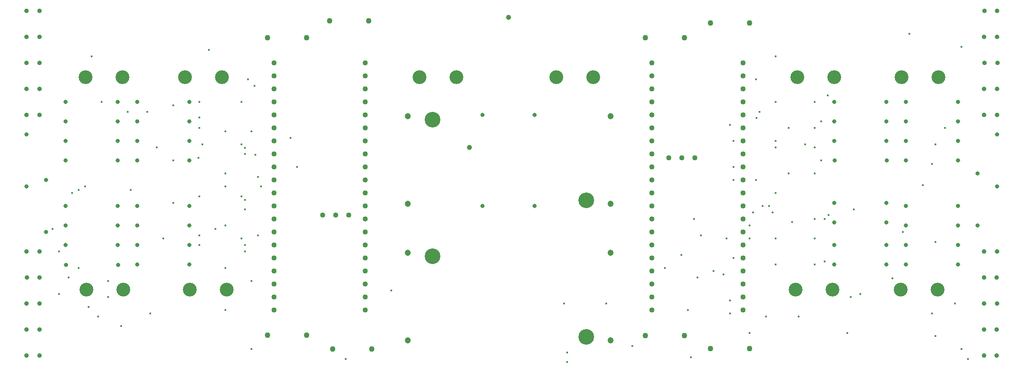
<source format=gbr>
%TF.GenerationSoftware,KiCad,Pcbnew,8.0.0*%
%TF.CreationDate,2024-03-12T20:29:06+02:00*%
%TF.ProjectId,fake-platka,66616b65-2d70-46c6-9174-6b612e6b6963,rev?*%
%TF.SameCoordinates,Original*%
%TF.FileFunction,Plated,1,2,PTH,Drill*%
%TF.FilePolarity,Positive*%
%FSLAX46Y46*%
G04 Gerber Fmt 4.6, Leading zero omitted, Abs format (unit mm)*
G04 Created by KiCad (PCBNEW 8.0.0) date 2024-03-12 20:29:06*
%MOMM*%
%LPD*%
G01*
G04 APERTURE LIST*
%TA.AperFunction,ViaDrill*%
%ADD10C,0.381000*%
%TD*%
%TA.AperFunction,ViaDrill*%
%ADD11C,0.400000*%
%TD*%
%TA.AperFunction,ComponentDrill*%
%ADD12C,0.800000*%
%TD*%
%TA.AperFunction,ComponentDrill*%
%ADD13C,0.889000*%
%TD*%
%TA.AperFunction,ViaDrill*%
%ADD14C,1.000000*%
%TD*%
%TA.AperFunction,ComponentDrill*%
%ADD15C,1.020000*%
%TD*%
%TA.AperFunction,ComponentDrill*%
%ADD16C,1.100000*%
%TD*%
%TA.AperFunction,ComponentDrill*%
%ADD17C,1.200000*%
%TD*%
%TA.AperFunction,ComponentDrill*%
%ADD18C,2.692400*%
%TD*%
%TA.AperFunction,ComponentDrill*%
%ADD19C,3.048000*%
%TD*%
G04 APERTURE END LIST*
D10*
X70954900Y-81459900D03*
X72224900Y-132259900D03*
X72859900Y-90349900D03*
X77939900Y-92254900D03*
X78574900Y-107494900D03*
X81749900Y-92254900D03*
X82384900Y-131624900D03*
X83654900Y-99239900D03*
X84924900Y-117019900D03*
X86829900Y-90984900D03*
X86829900Y-101779900D03*
X86829900Y-110034900D03*
X91909900Y-90349900D03*
X91909900Y-95429900D03*
X91909900Y-108764900D03*
X91909900Y-116384900D03*
X91909900Y-118289900D03*
X92544900Y-98604900D03*
X93814900Y-80189900D03*
X95084900Y-115114900D03*
X96989900Y-96064900D03*
X96989900Y-104319900D03*
X96989900Y-106859900D03*
X96989900Y-114479900D03*
X96989900Y-122734900D03*
X102069900Y-125274900D03*
X102069900Y-138609900D03*
X103339900Y-116384900D03*
X176364900Y-137974900D03*
X187794900Y-140244400D03*
X199224900Y-135434900D03*
X204304900Y-81459900D03*
X204304900Y-90349900D03*
X204304900Y-97969900D03*
X204304900Y-99239900D03*
X204304900Y-108129900D03*
X204304900Y-117019900D03*
X208749900Y-132259900D03*
X210019900Y-98604900D03*
X211924900Y-90349900D03*
X211924900Y-95429900D03*
X211924900Y-99239900D03*
X211924900Y-104319900D03*
X211924900Y-113209900D03*
X211924900Y-117019900D03*
X211924900Y-122099900D03*
X213194900Y-94159900D03*
X213194900Y-101779900D03*
X213829900Y-113209900D03*
X213829900Y-121464900D03*
X214464900Y-89079900D03*
X218274900Y-135434900D03*
X218909900Y-128449900D03*
X219544900Y-111304900D03*
X220814900Y-127814900D03*
X230339900Y-77014900D03*
X235419900Y-98604900D03*
D11*
X63334900Y-115114900D03*
X64604900Y-119520400D03*
X64604900Y-127814900D03*
X66470400Y-124639900D03*
X67144900Y-108129900D03*
X68414900Y-107494900D03*
X68414900Y-122734900D03*
X69684900Y-106859900D03*
X70319900Y-130354900D03*
X74129900Y-125274900D03*
X74169400Y-128449900D03*
X76669900Y-134125400D03*
X91768496Y-101286304D03*
X91909900Y-93352900D03*
X96989900Y-130989900D03*
X100164900Y-90349900D03*
X100164900Y-98604900D03*
X100164900Y-108764900D03*
X100164900Y-117019900D03*
X100799900Y-100509900D03*
X100799900Y-111304900D03*
X100799900Y-118289900D03*
X100799900Y-119559900D03*
X100836300Y-99276300D03*
X100836300Y-109436300D03*
X101434900Y-85904900D03*
X102069900Y-96064900D03*
X102704900Y-87174900D03*
X102844594Y-100689094D03*
X103339900Y-104954900D03*
X103974900Y-106859900D03*
X109689900Y-97334900D03*
X110999400Y-103049900D03*
X120484900Y-140514900D03*
X129374900Y-127179900D03*
X163029900Y-129719900D03*
X163664900Y-139244900D03*
X163664900Y-141149900D03*
X171284900Y-129719900D03*
X182714900Y-122734900D03*
X185889900Y-120194900D03*
X187159900Y-130989900D03*
X188390400Y-113209900D03*
X189064900Y-124639900D03*
X189699900Y-116384900D03*
X192200400Y-123369900D03*
X194144900Y-124004900D03*
X194740400Y-117019900D03*
X195414900Y-94794900D03*
X195414900Y-129084900D03*
X195414900Y-131624900D03*
X196049900Y-97969900D03*
X196049900Y-103049900D03*
X196049900Y-105589900D03*
X196049900Y-120829900D03*
X199224900Y-114479900D03*
X199224900Y-117019900D03*
X199859900Y-111939900D03*
X200494900Y-85904900D03*
X200494900Y-105589900D03*
X200534400Y-93483024D03*
X201129900Y-92254900D03*
X201764900Y-110669900D03*
X202399900Y-132259900D03*
X203034900Y-110669900D03*
X203669900Y-111939900D03*
X204304900Y-122099900D03*
X206844900Y-95429900D03*
X206844900Y-104319900D03*
X207479900Y-113805400D03*
X214606304Y-112433496D03*
X227016017Y-124793625D03*
X229069900Y-115749900D03*
X233006900Y-106605900D03*
X234784900Y-102414900D03*
X234784900Y-131624900D03*
X235419900Y-117654900D03*
X235419900Y-136069900D03*
X237324900Y-95429900D03*
X239229900Y-129719900D03*
X240499900Y-79554900D03*
X240499900Y-138609900D03*
X241769900Y-140514900D03*
D12*
%TO.C,R3*%
X58234900Y-96699900D03*
X58234900Y-106859900D03*
%TO.C,R12*%
X62064900Y-105589900D03*
X62064900Y-115749900D03*
%TO.C,R11*%
X65874900Y-90349900D03*
%TO.C,R6*%
X65874900Y-94159900D03*
%TO.C,R5*%
X65874900Y-97969900D03*
%TO.C,R4*%
X65874900Y-101779900D03*
%TO.C,R13*%
X65874900Y-110669900D03*
%TO.C,R14*%
X65874900Y-114479900D03*
%TO.C,R15*%
X65874900Y-118289900D03*
%TO.C,R20*%
X65919800Y-122175901D03*
%TO.C,R11*%
X76034900Y-90349900D03*
%TO.C,R6*%
X76034900Y-94159900D03*
%TO.C,R5*%
X76034900Y-97969900D03*
%TO.C,R4*%
X76034900Y-101779900D03*
%TO.C,R13*%
X76034900Y-110669900D03*
%TO.C,R14*%
X76034900Y-114479900D03*
%TO.C,R15*%
X76034900Y-118289900D03*
%TO.C,R20*%
X76079800Y-122175901D03*
%TO.C,R10*%
X79844900Y-90349900D03*
%TO.C,R8*%
X79844900Y-94159900D03*
%TO.C,R9*%
X79844900Y-97949900D03*
%TO.C,R7*%
X79844900Y-101779900D03*
%TO.C,R18*%
X79844900Y-110669900D03*
%TO.C,R16*%
X79844900Y-114479900D03*
%TO.C,R17*%
X79844900Y-118289900D03*
%TO.C,R19*%
X79844900Y-122099900D03*
%TO.C,R10*%
X90004900Y-90349900D03*
%TO.C,R8*%
X90004900Y-94159900D03*
%TO.C,R9*%
X90004900Y-97949900D03*
%TO.C,R7*%
X90004900Y-101779900D03*
%TO.C,R18*%
X90004900Y-110669900D03*
%TO.C,R16*%
X90004900Y-114479900D03*
%TO.C,R17*%
X90004900Y-118289900D03*
%TO.C,R19*%
X90004900Y-122099900D03*
%TO.C,R1*%
X147154900Y-92889900D03*
%TO.C,R2*%
X147154900Y-110669900D03*
%TO.C,R1*%
X157314900Y-92889900D03*
%TO.C,R2*%
X157314900Y-110669900D03*
%TO.C,R28*%
X215734900Y-90349900D03*
%TO.C,R26*%
X215734900Y-94159900D03*
%TO.C,R25*%
X215734900Y-97969900D03*
%TO.C,R34*%
X215734900Y-110034900D03*
%TO.C,R36*%
X215734900Y-113864900D03*
%TO.C,R37*%
X215734900Y-118269900D03*
%TO.C,R35*%
X215734900Y-122099900D03*
%TO.C,R27*%
X215819900Y-101739900D03*
%TO.C,R28*%
X225894900Y-90349900D03*
%TO.C,R26*%
X225894900Y-94159900D03*
%TO.C,R25*%
X225894900Y-97969900D03*
%TO.C,R34*%
X225894900Y-110034900D03*
%TO.C,R36*%
X225894900Y-113864900D03*
%TO.C,R37*%
X225894900Y-118269900D03*
%TO.C,R35*%
X225894900Y-122099900D03*
%TO.C,R27*%
X225979900Y-101739900D03*
%TO.C,R29*%
X229704900Y-90349900D03*
%TO.C,R24*%
X229704900Y-94159900D03*
%TO.C,R23*%
X229704900Y-97969900D03*
%TO.C,R22*%
X229704900Y-101779900D03*
%TO.C,R31*%
X229704900Y-110669900D03*
%TO.C,R32*%
X229704900Y-114479900D03*
%TO.C,R33*%
X229704900Y-118289900D03*
%TO.C,R38*%
X229704900Y-122099900D03*
%TO.C,R29*%
X239864900Y-90349900D03*
%TO.C,R24*%
X239864900Y-94159900D03*
%TO.C,R23*%
X239864900Y-97969900D03*
%TO.C,R22*%
X239864900Y-101779900D03*
%TO.C,R31*%
X239864900Y-110669900D03*
%TO.C,R32*%
X239864900Y-114479900D03*
%TO.C,R33*%
X239864900Y-118289900D03*
%TO.C,R38*%
X239864900Y-122099900D03*
%TO.C,R30*%
X243674900Y-104319900D03*
X243674900Y-114479900D03*
%TO.C,R21*%
X247484900Y-96699900D03*
X247484900Y-106859900D03*
D13*
%TO.C,J9*%
X58254900Y-72569900D03*
%TO.C,J6*%
X58254900Y-77649900D03*
%TO.C,J5*%
X58254900Y-82729900D03*
%TO.C,J4*%
X58254900Y-87809900D03*
%TO.C,J3*%
X58254900Y-92889900D03*
%TO.C,J10*%
X58254900Y-119549900D03*
%TO.C,J12*%
X58254900Y-129719900D03*
%TO.C,J13*%
X58254900Y-134799900D03*
%TO.C,J16*%
X58254900Y-139879900D03*
%TO.C,J11*%
X58294900Y-124639900D03*
%TO.C,J9*%
X60754900Y-72569900D03*
%TO.C,J6*%
X60754900Y-77649900D03*
%TO.C,J5*%
X60754900Y-82729900D03*
%TO.C,J4*%
X60754900Y-87809900D03*
%TO.C,J3*%
X60754900Y-92889900D03*
%TO.C,J10*%
X60754900Y-119549900D03*
%TO.C,J12*%
X60754900Y-129719900D03*
%TO.C,J13*%
X60754900Y-134799900D03*
%TO.C,J16*%
X60754900Y-139879900D03*
%TO.C,J11*%
X60794900Y-124639900D03*
%TO.C,J25*%
X244904900Y-124639900D03*
%TO.C,J27*%
X244904900Y-134799900D03*
%TO.C,J30*%
X244904900Y-139879900D03*
%TO.C,J20*%
X244944900Y-77649900D03*
%TO.C,J18*%
X244944900Y-87809900D03*
%TO.C,J17*%
X244944900Y-92889900D03*
%TO.C,J24*%
X244944900Y-119559900D03*
%TO.C,J26*%
X244944900Y-129719900D03*
%TO.C,J23*%
X244984900Y-72569900D03*
%TO.C,J19*%
X245024900Y-82729900D03*
%TO.C,J25*%
X247404900Y-124639900D03*
%TO.C,J27*%
X247404900Y-134799900D03*
%TO.C,J30*%
X247404900Y-139879900D03*
%TO.C,J20*%
X247444900Y-77649900D03*
%TO.C,J18*%
X247444900Y-87809900D03*
%TO.C,J17*%
X247444900Y-92889900D03*
%TO.C,J24*%
X247444900Y-119559900D03*
%TO.C,J26*%
X247444900Y-129719900D03*
%TO.C,J23*%
X247484900Y-72569900D03*
%TO.C,J19*%
X247524900Y-82729900D03*
%TD*%
D14*
X144614900Y-99239900D03*
X152234900Y-73839900D03*
D15*
%TO.C,U3*%
X106514900Y-82729900D03*
X106514900Y-85269900D03*
X106514900Y-87809900D03*
X106514900Y-90349900D03*
X106514900Y-92889900D03*
X106514900Y-95429900D03*
X106514900Y-97969900D03*
X106514900Y-100509900D03*
X106514900Y-103049900D03*
X106514900Y-105589900D03*
X106514900Y-108129900D03*
X106514900Y-110669900D03*
X106514900Y-113209900D03*
X106514900Y-115749900D03*
X106514900Y-118289900D03*
X106514900Y-120829900D03*
X106514900Y-123369900D03*
X106514900Y-125909900D03*
X106514900Y-128449900D03*
X106514900Y-130989900D03*
X115989000Y-112459900D03*
X118529000Y-112459900D03*
X121069000Y-112459900D03*
X124294900Y-82729900D03*
X124294900Y-85269900D03*
X124294900Y-87809900D03*
X124294900Y-90349900D03*
X124294900Y-92889900D03*
X124294900Y-95429900D03*
X124294900Y-97969900D03*
X124294900Y-100509900D03*
X124294900Y-103049900D03*
X124294900Y-105589900D03*
X124294900Y-108129900D03*
X124294900Y-110669900D03*
X124294900Y-113209900D03*
X124294900Y-115749900D03*
X124294900Y-118289900D03*
X124294900Y-120829900D03*
X124294900Y-123369900D03*
X124294900Y-125909900D03*
X124294900Y-128449900D03*
X124294900Y-130989900D03*
%TO.C,U4*%
X180174900Y-82729900D03*
X180174900Y-85269900D03*
X180174900Y-87809900D03*
X180174900Y-90349900D03*
X180174900Y-92889900D03*
X180174900Y-95429900D03*
X180174900Y-97969900D03*
X180174900Y-100509900D03*
X180174900Y-103049900D03*
X180174900Y-105589900D03*
X180174900Y-108129900D03*
X180174900Y-110669900D03*
X180174900Y-113209900D03*
X180174900Y-115749900D03*
X180174900Y-118289900D03*
X180174900Y-120829900D03*
X180174900Y-123369900D03*
X180174900Y-125909900D03*
X180174900Y-128449900D03*
X180174900Y-130989900D03*
X183400800Y-101259900D03*
X185940800Y-101259900D03*
X188480800Y-101259900D03*
X197954900Y-82729900D03*
X197954900Y-85269900D03*
X197954900Y-87809900D03*
X197954900Y-90349900D03*
X197954900Y-92889900D03*
X197954900Y-95429900D03*
X197954900Y-97969900D03*
X197954900Y-100509900D03*
X197954900Y-103049900D03*
X197954900Y-105589900D03*
X197954900Y-108129900D03*
X197954900Y-110669900D03*
X197954900Y-113209900D03*
X197954900Y-115749900D03*
X197954900Y-118289900D03*
X197954900Y-120829900D03*
X197954900Y-123369900D03*
X197954900Y-125909900D03*
X197954900Y-128449900D03*
X197954900Y-130989900D03*
D16*
%TO.C,D1*%
X105244900Y-77809900D03*
%TO.C,D3*%
X105244900Y-135909900D03*
%TO.C,D1*%
X112864900Y-77809900D03*
%TO.C,D3*%
X112864900Y-135909900D03*
%TO.C,D2*%
X117309900Y-74474900D03*
%TO.C,D4*%
X117944900Y-138609900D03*
%TO.C,D2*%
X124929900Y-74474900D03*
%TO.C,D4*%
X125564900Y-138609900D03*
%TO.C,D6*%
X178904900Y-77809900D03*
%TO.C,D8*%
X178904900Y-135989900D03*
%TO.C,D6*%
X186524900Y-77809900D03*
%TO.C,D8*%
X186524900Y-135989900D03*
%TO.C,D5*%
X191604900Y-74949900D03*
%TO.C,D7*%
X191604900Y-138529900D03*
%TO.C,D5*%
X199224900Y-74949900D03*
%TO.C,D7*%
X199224900Y-138529900D03*
D17*
%TO.C,U1*%
X132581400Y-93112400D03*
X132581400Y-110257400D03*
%TO.C,U2*%
X132581400Y-119782400D03*
X132581400Y-136927400D03*
%TO.C,U1*%
X172078400Y-93112400D03*
X172078400Y-110257400D03*
%TO.C,U2*%
X172078400Y-119782400D03*
X172078400Y-136927400D03*
D18*
%TO.C,J7*%
X69749999Y-85487899D03*
%TO.C,J14*%
X69894900Y-126961901D03*
%TO.C,J7*%
X76950000Y-85487899D03*
%TO.C,J14*%
X77094901Y-126961901D03*
%TO.C,J8*%
X89109999Y-85487899D03*
%TO.C,J15*%
X90049800Y-126961901D03*
%TO.C,J8*%
X96310000Y-85487899D03*
%TO.C,J15*%
X97249801Y-126961901D03*
%TO.C,J2*%
X134829999Y-85487899D03*
X142030000Y-85487899D03*
%TO.C,J1*%
X161499999Y-85487899D03*
X168700000Y-85487899D03*
%TO.C,J29*%
X208159800Y-126961901D03*
%TO.C,J22*%
X208489999Y-85487899D03*
%TO.C,J29*%
X215359801Y-126961901D03*
%TO.C,J22*%
X215690000Y-85487899D03*
%TO.C,J28*%
X228644900Y-126961901D03*
%TO.C,J21*%
X228809999Y-85487899D03*
%TO.C,J28*%
X235844901Y-126961901D03*
%TO.C,J21*%
X236010000Y-85487899D03*
D19*
%TO.C,U1*%
X137343900Y-93810900D03*
%TO.C,U2*%
X137343900Y-120480900D03*
%TO.C,U1*%
X167315900Y-109558900D03*
%TO.C,U2*%
X167315900Y-136228900D03*
M02*

</source>
